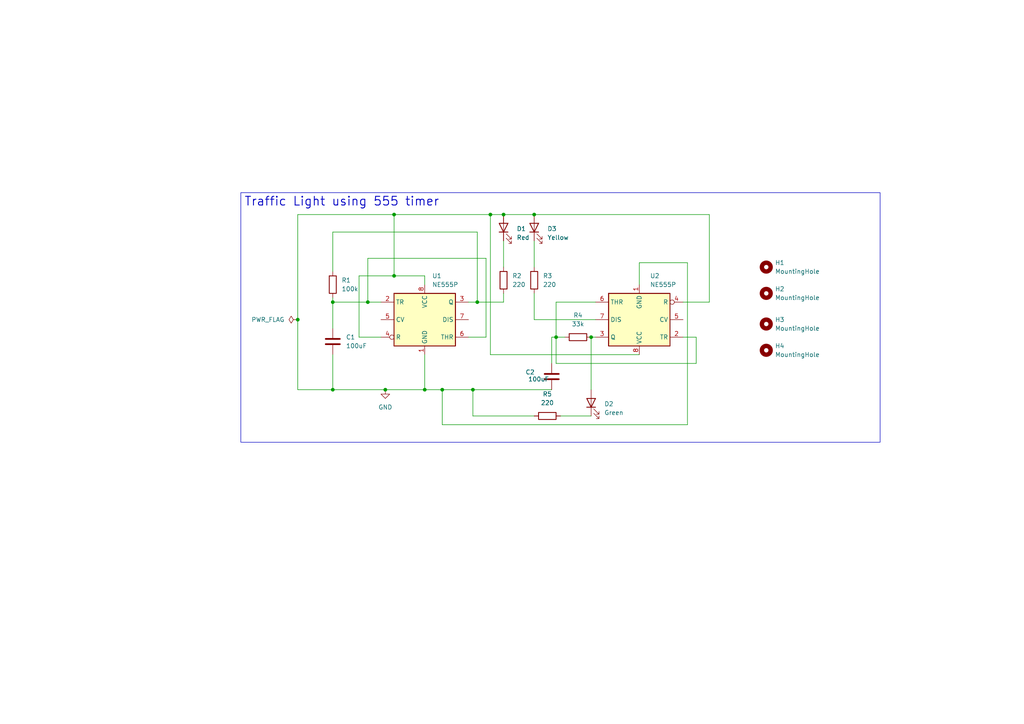
<source format=kicad_sch>
(kicad_sch
	(version 20250114)
	(generator "eeschema")
	(generator_version "9.0")
	(uuid "fa5a1cb1-1eb3-4c5f-a7ab-5a04095d309f")
	(paper "A4")
	(title_block
		(title "Traffic Light")
		(date "2025-08-29")
		(company "Practice PCBs")
	)
	(lib_symbols
		(symbol "Device:C"
			(pin_numbers
				(hide yes)
			)
			(pin_names
				(offset 0.254)
			)
			(exclude_from_sim no)
			(in_bom yes)
			(on_board yes)
			(property "Reference" "C"
				(at 0.635 2.54 0)
				(effects
					(font
						(size 1.27 1.27)
					)
					(justify left)
				)
			)
			(property "Value" "C"
				(at 0.635 -2.54 0)
				(effects
					(font
						(size 1.27 1.27)
					)
					(justify left)
				)
			)
			(property "Footprint" ""
				(at 0.9652 -3.81 0)
				(effects
					(font
						(size 1.27 1.27)
					)
					(hide yes)
				)
			)
			(property "Datasheet" "~"
				(at 0 0 0)
				(effects
					(font
						(size 1.27 1.27)
					)
					(hide yes)
				)
			)
			(property "Description" "Unpolarized capacitor"
				(at 0 0 0)
				(effects
					(font
						(size 1.27 1.27)
					)
					(hide yes)
				)
			)
			(property "ki_keywords" "cap capacitor"
				(at 0 0 0)
				(effects
					(font
						(size 1.27 1.27)
					)
					(hide yes)
				)
			)
			(property "ki_fp_filters" "C_*"
				(at 0 0 0)
				(effects
					(font
						(size 1.27 1.27)
					)
					(hide yes)
				)
			)
			(symbol "C_0_1"
				(polyline
					(pts
						(xy -2.032 0.762) (xy 2.032 0.762)
					)
					(stroke
						(width 0.508)
						(type default)
					)
					(fill
						(type none)
					)
				)
				(polyline
					(pts
						(xy -2.032 -0.762) (xy 2.032 -0.762)
					)
					(stroke
						(width 0.508)
						(type default)
					)
					(fill
						(type none)
					)
				)
			)
			(symbol "C_1_1"
				(pin passive line
					(at 0 3.81 270)
					(length 2.794)
					(name "~"
						(effects
							(font
								(size 1.27 1.27)
							)
						)
					)
					(number "1"
						(effects
							(font
								(size 1.27 1.27)
							)
						)
					)
				)
				(pin passive line
					(at 0 -3.81 90)
					(length 2.794)
					(name "~"
						(effects
							(font
								(size 1.27 1.27)
							)
						)
					)
					(number "2"
						(effects
							(font
								(size 1.27 1.27)
							)
						)
					)
				)
			)
			(embedded_fonts no)
		)
		(symbol "Device:LED"
			(pin_numbers
				(hide yes)
			)
			(pin_names
				(offset 1.016)
				(hide yes)
			)
			(exclude_from_sim no)
			(in_bom yes)
			(on_board yes)
			(property "Reference" "D"
				(at 0 2.54 0)
				(effects
					(font
						(size 1.27 1.27)
					)
				)
			)
			(property "Value" "LED"
				(at 0 -2.54 0)
				(effects
					(font
						(size 1.27 1.27)
					)
				)
			)
			(property "Footprint" ""
				(at 0 0 0)
				(effects
					(font
						(size 1.27 1.27)
					)
					(hide yes)
				)
			)
			(property "Datasheet" "~"
				(at 0 0 0)
				(effects
					(font
						(size 1.27 1.27)
					)
					(hide yes)
				)
			)
			(property "Description" "Light emitting diode"
				(at 0 0 0)
				(effects
					(font
						(size 1.27 1.27)
					)
					(hide yes)
				)
			)
			(property "Sim.Pins" "1=K 2=A"
				(at 0 0 0)
				(effects
					(font
						(size 1.27 1.27)
					)
					(hide yes)
				)
			)
			(property "ki_keywords" "LED diode"
				(at 0 0 0)
				(effects
					(font
						(size 1.27 1.27)
					)
					(hide yes)
				)
			)
			(property "ki_fp_filters" "LED* LED_SMD:* LED_THT:*"
				(at 0 0 0)
				(effects
					(font
						(size 1.27 1.27)
					)
					(hide yes)
				)
			)
			(symbol "LED_0_1"
				(polyline
					(pts
						(xy -3.048 -0.762) (xy -4.572 -2.286) (xy -3.81 -2.286) (xy -4.572 -2.286) (xy -4.572 -1.524)
					)
					(stroke
						(width 0)
						(type default)
					)
					(fill
						(type none)
					)
				)
				(polyline
					(pts
						(xy -1.778 -0.762) (xy -3.302 -2.286) (xy -2.54 -2.286) (xy -3.302 -2.286) (xy -3.302 -1.524)
					)
					(stroke
						(width 0)
						(type default)
					)
					(fill
						(type none)
					)
				)
				(polyline
					(pts
						(xy -1.27 0) (xy 1.27 0)
					)
					(stroke
						(width 0)
						(type default)
					)
					(fill
						(type none)
					)
				)
				(polyline
					(pts
						(xy -1.27 -1.27) (xy -1.27 1.27)
					)
					(stroke
						(width 0.254)
						(type default)
					)
					(fill
						(type none)
					)
				)
				(polyline
					(pts
						(xy 1.27 -1.27) (xy 1.27 1.27) (xy -1.27 0) (xy 1.27 -1.27)
					)
					(stroke
						(width 0.254)
						(type default)
					)
					(fill
						(type none)
					)
				)
			)
			(symbol "LED_1_1"
				(pin passive line
					(at -3.81 0 0)
					(length 2.54)
					(name "K"
						(effects
							(font
								(size 1.27 1.27)
							)
						)
					)
					(number "1"
						(effects
							(font
								(size 1.27 1.27)
							)
						)
					)
				)
				(pin passive line
					(at 3.81 0 180)
					(length 2.54)
					(name "A"
						(effects
							(font
								(size 1.27 1.27)
							)
						)
					)
					(number "2"
						(effects
							(font
								(size 1.27 1.27)
							)
						)
					)
				)
			)
			(embedded_fonts no)
		)
		(symbol "Device:R"
			(pin_numbers
				(hide yes)
			)
			(pin_names
				(offset 0)
			)
			(exclude_from_sim no)
			(in_bom yes)
			(on_board yes)
			(property "Reference" "R"
				(at 2.032 0 90)
				(effects
					(font
						(size 1.27 1.27)
					)
				)
			)
			(property "Value" "R"
				(at 0 0 90)
				(effects
					(font
						(size 1.27 1.27)
					)
				)
			)
			(property "Footprint" ""
				(at -1.778 0 90)
				(effects
					(font
						(size 1.27 1.27)
					)
					(hide yes)
				)
			)
			(property "Datasheet" "~"
				(at 0 0 0)
				(effects
					(font
						(size 1.27 1.27)
					)
					(hide yes)
				)
			)
			(property "Description" "Resistor"
				(at 0 0 0)
				(effects
					(font
						(size 1.27 1.27)
					)
					(hide yes)
				)
			)
			(property "ki_keywords" "R res resistor"
				(at 0 0 0)
				(effects
					(font
						(size 1.27 1.27)
					)
					(hide yes)
				)
			)
			(property "ki_fp_filters" "R_*"
				(at 0 0 0)
				(effects
					(font
						(size 1.27 1.27)
					)
					(hide yes)
				)
			)
			(symbol "R_0_1"
				(rectangle
					(start -1.016 -2.54)
					(end 1.016 2.54)
					(stroke
						(width 0.254)
						(type default)
					)
					(fill
						(type none)
					)
				)
			)
			(symbol "R_1_1"
				(pin passive line
					(at 0 3.81 270)
					(length 1.27)
					(name "~"
						(effects
							(font
								(size 1.27 1.27)
							)
						)
					)
					(number "1"
						(effects
							(font
								(size 1.27 1.27)
							)
						)
					)
				)
				(pin passive line
					(at 0 -3.81 90)
					(length 1.27)
					(name "~"
						(effects
							(font
								(size 1.27 1.27)
							)
						)
					)
					(number "2"
						(effects
							(font
								(size 1.27 1.27)
							)
						)
					)
				)
			)
			(embedded_fonts no)
		)
		(symbol "Mechanical:MountingHole"
			(pin_names
				(offset 1.016)
			)
			(exclude_from_sim no)
			(in_bom no)
			(on_board yes)
			(property "Reference" "H"
				(at 0 5.08 0)
				(effects
					(font
						(size 1.27 1.27)
					)
				)
			)
			(property "Value" "MountingHole"
				(at 0 3.175 0)
				(effects
					(font
						(size 1.27 1.27)
					)
				)
			)
			(property "Footprint" ""
				(at 0 0 0)
				(effects
					(font
						(size 1.27 1.27)
					)
					(hide yes)
				)
			)
			(property "Datasheet" "~"
				(at 0 0 0)
				(effects
					(font
						(size 1.27 1.27)
					)
					(hide yes)
				)
			)
			(property "Description" "Mounting Hole without connection"
				(at 0 0 0)
				(effects
					(font
						(size 1.27 1.27)
					)
					(hide yes)
				)
			)
			(property "ki_keywords" "mounting hole"
				(at 0 0 0)
				(effects
					(font
						(size 1.27 1.27)
					)
					(hide yes)
				)
			)
			(property "ki_fp_filters" "MountingHole*"
				(at 0 0 0)
				(effects
					(font
						(size 1.27 1.27)
					)
					(hide yes)
				)
			)
			(symbol "MountingHole_0_1"
				(circle
					(center 0 0)
					(radius 1.27)
					(stroke
						(width 1.27)
						(type default)
					)
					(fill
						(type none)
					)
				)
			)
			(embedded_fonts no)
		)
		(symbol "Timer:NE555P"
			(exclude_from_sim no)
			(in_bom yes)
			(on_board yes)
			(property "Reference" "U"
				(at -10.16 8.89 0)
				(effects
					(font
						(size 1.27 1.27)
					)
					(justify left)
				)
			)
			(property "Value" "NE555P"
				(at 2.54 8.89 0)
				(effects
					(font
						(size 1.27 1.27)
					)
					(justify left)
				)
			)
			(property "Footprint" "Package_DIP:DIP-8_W7.62mm"
				(at 16.51 -10.16 0)
				(effects
					(font
						(size 1.27 1.27)
					)
					(hide yes)
				)
			)
			(property "Datasheet" "http://www.ti.com/lit/ds/symlink/ne555.pdf"
				(at 21.59 -10.16 0)
				(effects
					(font
						(size 1.27 1.27)
					)
					(hide yes)
				)
			)
			(property "Description" "Precision Timers, 555 compatible,  PDIP-8"
				(at 0 0 0)
				(effects
					(font
						(size 1.27 1.27)
					)
					(hide yes)
				)
			)
			(property "ki_keywords" "single timer 555"
				(at 0 0 0)
				(effects
					(font
						(size 1.27 1.27)
					)
					(hide yes)
				)
			)
			(property "ki_fp_filters" "DIP*W7.62mm*"
				(at 0 0 0)
				(effects
					(font
						(size 1.27 1.27)
					)
					(hide yes)
				)
			)
			(symbol "NE555P_0_0"
				(pin power_in line
					(at 0 10.16 270)
					(length 2.54)
					(name "VCC"
						(effects
							(font
								(size 1.27 1.27)
							)
						)
					)
					(number "8"
						(effects
							(font
								(size 1.27 1.27)
							)
						)
					)
				)
				(pin power_in line
					(at 0 -10.16 90)
					(length 2.54)
					(name "GND"
						(effects
							(font
								(size 1.27 1.27)
							)
						)
					)
					(number "1"
						(effects
							(font
								(size 1.27 1.27)
							)
						)
					)
				)
			)
			(symbol "NE555P_0_1"
				(rectangle
					(start -8.89 -7.62)
					(end 8.89 7.62)
					(stroke
						(width 0.254)
						(type default)
					)
					(fill
						(type background)
					)
				)
				(rectangle
					(start -8.89 -7.62)
					(end 8.89 7.62)
					(stroke
						(width 0.254)
						(type default)
					)
					(fill
						(type background)
					)
				)
			)
			(symbol "NE555P_1_1"
				(pin input line
					(at -12.7 5.08 0)
					(length 3.81)
					(name "TR"
						(effects
							(font
								(size 1.27 1.27)
							)
						)
					)
					(number "2"
						(effects
							(font
								(size 1.27 1.27)
							)
						)
					)
				)
				(pin input line
					(at -12.7 0 0)
					(length 3.81)
					(name "CV"
						(effects
							(font
								(size 1.27 1.27)
							)
						)
					)
					(number "5"
						(effects
							(font
								(size 1.27 1.27)
							)
						)
					)
				)
				(pin input inverted
					(at -12.7 -5.08 0)
					(length 3.81)
					(name "R"
						(effects
							(font
								(size 1.27 1.27)
							)
						)
					)
					(number "4"
						(effects
							(font
								(size 1.27 1.27)
							)
						)
					)
				)
				(pin output line
					(at 12.7 5.08 180)
					(length 3.81)
					(name "Q"
						(effects
							(font
								(size 1.27 1.27)
							)
						)
					)
					(number "3"
						(effects
							(font
								(size 1.27 1.27)
							)
						)
					)
				)
				(pin input line
					(at 12.7 0 180)
					(length 3.81)
					(name "DIS"
						(effects
							(font
								(size 1.27 1.27)
							)
						)
					)
					(number "7"
						(effects
							(font
								(size 1.27 1.27)
							)
						)
					)
				)
				(pin input line
					(at 12.7 -5.08 180)
					(length 3.81)
					(name "THR"
						(effects
							(font
								(size 1.27 1.27)
							)
						)
					)
					(number "6"
						(effects
							(font
								(size 1.27 1.27)
							)
						)
					)
				)
			)
			(embedded_fonts no)
		)
		(symbol "power:GND"
			(power)
			(pin_numbers
				(hide yes)
			)
			(pin_names
				(offset 0)
				(hide yes)
			)
			(exclude_from_sim no)
			(in_bom yes)
			(on_board yes)
			(property "Reference" "#PWR"
				(at 0 -6.35 0)
				(effects
					(font
						(size 1.27 1.27)
					)
					(hide yes)
				)
			)
			(property "Value" "GND"
				(at 0 -3.81 0)
				(effects
					(font
						(size 1.27 1.27)
					)
				)
			)
			(property "Footprint" ""
				(at 0 0 0)
				(effects
					(font
						(size 1.27 1.27)
					)
					(hide yes)
				)
			)
			(property "Datasheet" ""
				(at 0 0 0)
				(effects
					(font
						(size 1.27 1.27)
					)
					(hide yes)
				)
			)
			(property "Description" "Power symbol creates a global label with name \"GND\" , ground"
				(at 0 0 0)
				(effects
					(font
						(size 1.27 1.27)
					)
					(hide yes)
				)
			)
			(property "ki_keywords" "global power"
				(at 0 0 0)
				(effects
					(font
						(size 1.27 1.27)
					)
					(hide yes)
				)
			)
			(symbol "GND_0_1"
				(polyline
					(pts
						(xy 0 0) (xy 0 -1.27) (xy 1.27 -1.27) (xy 0 -2.54) (xy -1.27 -1.27) (xy 0 -1.27)
					)
					(stroke
						(width 0)
						(type default)
					)
					(fill
						(type none)
					)
				)
			)
			(symbol "GND_1_1"
				(pin power_in line
					(at 0 0 270)
					(length 0)
					(name "~"
						(effects
							(font
								(size 1.27 1.27)
							)
						)
					)
					(number "1"
						(effects
							(font
								(size 1.27 1.27)
							)
						)
					)
				)
			)
			(embedded_fonts no)
		)
		(symbol "power:PWR_FLAG"
			(power)
			(pin_numbers
				(hide yes)
			)
			(pin_names
				(offset 0)
				(hide yes)
			)
			(exclude_from_sim no)
			(in_bom yes)
			(on_board yes)
			(property "Reference" "#FLG"
				(at 0 1.905 0)
				(effects
					(font
						(size 1.27 1.27)
					)
					(hide yes)
				)
			)
			(property "Value" "PWR_FLAG"
				(at 0 3.81 0)
				(effects
					(font
						(size 1.27 1.27)
					)
				)
			)
			(property "Footprint" ""
				(at 0 0 0)
				(effects
					(font
						(size 1.27 1.27)
					)
					(hide yes)
				)
			)
			(property "Datasheet" "~"
				(at 0 0 0)
				(effects
					(font
						(size 1.27 1.27)
					)
					(hide yes)
				)
			)
			(property "Description" "Special symbol for telling ERC where power comes from"
				(at 0 0 0)
				(effects
					(font
						(size 1.27 1.27)
					)
					(hide yes)
				)
			)
			(property "ki_keywords" "flag power"
				(at 0 0 0)
				(effects
					(font
						(size 1.27 1.27)
					)
					(hide yes)
				)
			)
			(symbol "PWR_FLAG_0_0"
				(pin power_out line
					(at 0 0 90)
					(length 0)
					(name "~"
						(effects
							(font
								(size 1.27 1.27)
							)
						)
					)
					(number "1"
						(effects
							(font
								(size 1.27 1.27)
							)
						)
					)
				)
			)
			(symbol "PWR_FLAG_0_1"
				(polyline
					(pts
						(xy 0 0) (xy 0 1.27) (xy -1.016 1.905) (xy 0 2.54) (xy 1.016 1.905) (xy 0 1.27)
					)
					(stroke
						(width 0)
						(type default)
					)
					(fill
						(type none)
					)
				)
			)
			(embedded_fonts no)
		)
	)
	(text_box "Traffic Light using 555 timer\n"
		(exclude_from_sim no)
		(at 69.85 55.88 0)
		(size 185.42 72.39)
		(margins 0.9525 0.9525 0.9525 0.9525)
		(stroke
			(width 0)
			(type solid)
		)
		(fill
			(type none)
		)
		(effects
			(font
				(size 2.54 2.54)
				(thickness 0.254)
				(bold yes)
			)
			(justify left top)
		)
		(uuid "87ec9240-d7bc-4a64-b1cd-8e9d4526970f")
	)
	(junction
		(at 138.43 87.63)
		(diameter 0)
		(color 0 0 0 0)
		(uuid "0540de73-4f13-4d0b-af22-a261cf37d3d1")
	)
	(junction
		(at 114.3 62.23)
		(diameter 0)
		(color 0 0 0 0)
		(uuid "05673bda-dc94-4d78-b48b-cb86fdb1c52f")
	)
	(junction
		(at 142.24 62.23)
		(diameter 0)
		(color 0 0 0 0)
		(uuid "0f2a2fd1-47ef-411e-bed2-52b153dd9af9")
	)
	(junction
		(at 171.45 97.79)
		(diameter 0)
		(color 0 0 0 0)
		(uuid "459a82cc-ba92-4381-b8d9-f9c4be4c8b4b")
	)
	(junction
		(at 123.19 113.03)
		(diameter 0)
		(color 0 0 0 0)
		(uuid "4b08675f-f185-478b-963e-5fad2d19a06b")
	)
	(junction
		(at 146.05 62.23)
		(diameter 0)
		(color 0 0 0 0)
		(uuid "695ea2ac-b689-4f2c-9b0d-e0d075367924")
	)
	(junction
		(at 161.29 97.79)
		(diameter 0)
		(color 0 0 0 0)
		(uuid "8b50b3f3-085f-42bd-97eb-7b18b95b2b01")
	)
	(junction
		(at 86.36 92.71)
		(diameter 0)
		(color 0 0 0 0)
		(uuid "9ca66c3d-121f-44c8-91cc-0dd1cdb00587")
	)
	(junction
		(at 128.27 113.03)
		(diameter 0)
		(color 0 0 0 0)
		(uuid "a3b936aa-3a50-4341-8a6f-6b3868fb3fb3")
	)
	(junction
		(at 106.68 87.63)
		(diameter 0)
		(color 0 0 0 0)
		(uuid "afe2d2c2-4c0b-4637-9b97-00d7472c7d9c")
	)
	(junction
		(at 154.94 62.23)
		(diameter 0)
		(color 0 0 0 0)
		(uuid "b4cc9dbf-ce1e-4803-9feb-8c5c547435d1")
	)
	(junction
		(at 111.76 113.03)
		(diameter 0)
		(color 0 0 0 0)
		(uuid "c26aefb6-3959-4ac4-90a1-a1b9cc441621")
	)
	(junction
		(at 137.16 113.03)
		(diameter 0)
		(color 0 0 0 0)
		(uuid "cbf15ff5-6d0e-49f4-baa9-b3e423e68520")
	)
	(junction
		(at 96.52 113.03)
		(diameter 0)
		(color 0 0 0 0)
		(uuid "dc8dec0f-437a-4bb0-a676-9e3daf701459")
	)
	(junction
		(at 114.3 80.01)
		(diameter 0)
		(color 0 0 0 0)
		(uuid "e1940149-e0a4-4774-8521-2831df8f9ff4")
	)
	(junction
		(at 96.52 87.63)
		(diameter 0)
		(color 0 0 0 0)
		(uuid "f9e404e4-dd96-4c51-90e2-71ab4bc18754")
	)
	(wire
		(pts
			(xy 104.14 97.79) (xy 110.49 97.79)
		)
		(stroke
			(width 0)
			(type default)
		)
		(uuid "033d635f-1266-4144-86fc-b0ab82c826cc")
	)
	(wire
		(pts
			(xy 138.43 67.31) (xy 138.43 87.63)
		)
		(stroke
			(width 0)
			(type default)
		)
		(uuid "05664553-0e3e-4485-8a5b-b2a43feed85b")
	)
	(wire
		(pts
			(xy 96.52 102.87) (xy 96.52 113.03)
		)
		(stroke
			(width 0)
			(type default)
		)
		(uuid "062b66f2-6100-4bbb-9ee9-6bef09b00783")
	)
	(wire
		(pts
			(xy 140.97 74.93) (xy 106.68 74.93)
		)
		(stroke
			(width 0)
			(type default)
		)
		(uuid "10826828-1b68-45cd-9d9c-07de8751606c")
	)
	(wire
		(pts
			(xy 154.94 92.71) (xy 172.72 92.71)
		)
		(stroke
			(width 0)
			(type default)
		)
		(uuid "198b9eac-7ebe-4e3a-a0c8-8b4797e9d491")
	)
	(wire
		(pts
			(xy 201.93 97.79) (xy 198.12 97.79)
		)
		(stroke
			(width 0)
			(type default)
		)
		(uuid "1fcb77c0-cf05-4d83-ab28-bd46c80922f7")
	)
	(wire
		(pts
			(xy 161.29 97.79) (xy 161.29 105.41)
		)
		(stroke
			(width 0)
			(type default)
		)
		(uuid "25e11a32-3045-4f33-b7ad-30aa04b7bdfe")
	)
	(wire
		(pts
			(xy 114.3 80.01) (xy 104.14 80.01)
		)
		(stroke
			(width 0)
			(type default)
		)
		(uuid "2672cc41-75a2-4cba-88d3-2bda9c14dc29")
	)
	(wire
		(pts
			(xy 161.29 97.79) (xy 163.83 97.79)
		)
		(stroke
			(width 0)
			(type default)
		)
		(uuid "287deeb6-746b-48f5-ba24-dc075a13e38d")
	)
	(wire
		(pts
			(xy 171.45 97.79) (xy 172.72 97.79)
		)
		(stroke
			(width 0)
			(type default)
		)
		(uuid "33ad7a37-5255-4326-96d6-c52a5231bb77")
	)
	(wire
		(pts
			(xy 154.94 85.09) (xy 154.94 92.71)
		)
		(stroke
			(width 0)
			(type default)
		)
		(uuid "3be06c4e-cda1-4c06-b4b4-5c40c3667d6c")
	)
	(wire
		(pts
			(xy 86.36 62.23) (xy 114.3 62.23)
		)
		(stroke
			(width 0)
			(type default)
		)
		(uuid "3f08bd7b-2794-433a-adb1-7097bd3ff91b")
	)
	(wire
		(pts
			(xy 128.27 113.03) (xy 123.19 113.03)
		)
		(stroke
			(width 0)
			(type default)
		)
		(uuid "3f759803-7126-4dd4-8279-d7cc330bf299")
	)
	(wire
		(pts
			(xy 205.74 87.63) (xy 198.12 87.63)
		)
		(stroke
			(width 0)
			(type default)
		)
		(uuid "46f27645-ef28-4e31-a08f-11aec9608669")
	)
	(wire
		(pts
			(xy 171.45 113.03) (xy 171.45 97.79)
		)
		(stroke
			(width 0)
			(type default)
		)
		(uuid "49cf6e1a-80b2-4b53-8360-f549005df3a2")
	)
	(wire
		(pts
			(xy 185.42 102.87) (xy 142.24 102.87)
		)
		(stroke
			(width 0)
			(type default)
		)
		(uuid "4a2e10c3-875f-4c9e-8cc2-293094ec6243")
	)
	(wire
		(pts
			(xy 96.52 87.63) (xy 96.52 86.36)
		)
		(stroke
			(width 0)
			(type default)
		)
		(uuid "4c9b3ffb-7bd4-4186-bff0-38da08b84615")
	)
	(wire
		(pts
			(xy 154.94 62.23) (xy 205.74 62.23)
		)
		(stroke
			(width 0)
			(type default)
		)
		(uuid "4d4e9fb5-e0c6-4356-ac9d-e411c6b8d18b")
	)
	(wire
		(pts
			(xy 146.05 62.23) (xy 154.94 62.23)
		)
		(stroke
			(width 0)
			(type default)
		)
		(uuid "4e15d04b-909d-4864-a9d8-4e444b9d5663")
	)
	(wire
		(pts
			(xy 199.39 76.2) (xy 199.39 123.19)
		)
		(stroke
			(width 0)
			(type default)
		)
		(uuid "52d08f4a-5c3c-4230-be0b-fae90ce10fcd")
	)
	(wire
		(pts
			(xy 96.52 67.31) (xy 138.43 67.31)
		)
		(stroke
			(width 0)
			(type default)
		)
		(uuid "584410ed-8465-4068-98c7-4359a0fe6a9a")
	)
	(wire
		(pts
			(xy 106.68 74.93) (xy 106.68 87.63)
		)
		(stroke
			(width 0)
			(type default)
		)
		(uuid "594b9902-9d0d-4cf2-9906-467e1101a756")
	)
	(wire
		(pts
			(xy 123.19 82.55) (xy 123.19 80.01)
		)
		(stroke
			(width 0)
			(type default)
		)
		(uuid "60074201-3b76-4dbe-897b-1a88a456af8c")
	)
	(wire
		(pts
			(xy 86.36 62.23) (xy 86.36 92.71)
		)
		(stroke
			(width 0)
			(type default)
		)
		(uuid "64fd5270-12be-46e3-9a19-e013e2fe31b4")
	)
	(wire
		(pts
			(xy 128.27 123.19) (xy 199.39 123.19)
		)
		(stroke
			(width 0)
			(type default)
		)
		(uuid "67dcea99-ac68-4212-ae30-f08df64eade4")
	)
	(wire
		(pts
			(xy 172.72 87.63) (xy 161.29 87.63)
		)
		(stroke
			(width 0)
			(type default)
		)
		(uuid "6853615f-7648-4557-96e0-aa0bf5e7eb37")
	)
	(wire
		(pts
			(xy 137.16 113.03) (xy 128.27 113.03)
		)
		(stroke
			(width 0)
			(type default)
		)
		(uuid "6ad88e36-4d7f-4544-91fe-3f42b63a9689")
	)
	(wire
		(pts
			(xy 142.24 62.23) (xy 146.05 62.23)
		)
		(stroke
			(width 0)
			(type default)
		)
		(uuid "6ae22512-c555-47a1-b824-1e037716c54f")
	)
	(wire
		(pts
			(xy 142.24 62.23) (xy 142.24 102.87)
		)
		(stroke
			(width 0)
			(type default)
		)
		(uuid "7230edbb-bfe8-404e-befd-764fc7d9d620")
	)
	(wire
		(pts
			(xy 96.52 78.74) (xy 96.52 67.31)
		)
		(stroke
			(width 0)
			(type default)
		)
		(uuid "7347d6d3-1d60-4172-897f-200e55686849")
	)
	(wire
		(pts
			(xy 114.3 62.23) (xy 142.24 62.23)
		)
		(stroke
			(width 0)
			(type default)
		)
		(uuid "77798135-8ddb-456b-aaa6-05e3d9aa6d84")
	)
	(wire
		(pts
			(xy 123.19 80.01) (xy 114.3 80.01)
		)
		(stroke
			(width 0)
			(type default)
		)
		(uuid "779baab4-0fc6-4fb9-b5d8-cd810d09667c")
	)
	(wire
		(pts
			(xy 135.89 97.79) (xy 140.97 97.79)
		)
		(stroke
			(width 0)
			(type default)
		)
		(uuid "81492ecb-cf20-4f25-aa7e-56425cef8c5b")
	)
	(wire
		(pts
			(xy 111.76 113.03) (xy 123.19 113.03)
		)
		(stroke
			(width 0)
			(type default)
		)
		(uuid "859d7ae0-03dc-4140-99e1-4a311c53cc95")
	)
	(wire
		(pts
			(xy 137.16 120.65) (xy 137.16 113.03)
		)
		(stroke
			(width 0)
			(type default)
		)
		(uuid "8713481a-aef6-4539-85a5-9e91ef0e76e2")
	)
	(wire
		(pts
			(xy 86.36 92.71) (xy 86.36 113.03)
		)
		(stroke
			(width 0)
			(type default)
		)
		(uuid "894e31e7-afff-4e38-a0a2-db616e84ffb6")
	)
	(wire
		(pts
			(xy 161.29 105.41) (xy 201.93 105.41)
		)
		(stroke
			(width 0)
			(type default)
		)
		(uuid "8b11bdfd-b415-47ac-8817-eab0e2a597d7")
	)
	(wire
		(pts
			(xy 146.05 69.85) (xy 146.05 77.47)
		)
		(stroke
			(width 0)
			(type default)
		)
		(uuid "8b8300df-cff0-4e3a-b33a-d4fd69a12e00")
	)
	(wire
		(pts
			(xy 154.94 69.85) (xy 154.94 77.47)
		)
		(stroke
			(width 0)
			(type default)
		)
		(uuid "8f6a8c20-f182-4e0b-b40e-2e7ff64f8339")
	)
	(wire
		(pts
			(xy 205.74 62.23) (xy 205.74 87.63)
		)
		(stroke
			(width 0)
			(type default)
		)
		(uuid "8fde4129-1510-4616-8f88-1465e6494059")
	)
	(wire
		(pts
			(xy 185.42 82.55) (xy 185.42 76.2)
		)
		(stroke
			(width 0)
			(type default)
		)
		(uuid "908c688c-9d9a-4a48-b31b-ad8ddb605554")
	)
	(wire
		(pts
			(xy 201.93 105.41) (xy 201.93 97.79)
		)
		(stroke
			(width 0)
			(type default)
		)
		(uuid "adea8194-7a5d-4ab7-9b1e-531ca9d05b86")
	)
	(wire
		(pts
			(xy 123.19 102.87) (xy 123.19 113.03)
		)
		(stroke
			(width 0)
			(type default)
		)
		(uuid "b21202fa-bb47-4911-8cb2-c6dc0e07a66d")
	)
	(wire
		(pts
			(xy 96.52 113.03) (xy 111.76 113.03)
		)
		(stroke
			(width 0)
			(type default)
		)
		(uuid "b711b6ae-3299-41d1-a9b5-a421ecf0a6af")
	)
	(wire
		(pts
			(xy 138.43 87.63) (xy 146.05 87.63)
		)
		(stroke
			(width 0)
			(type default)
		)
		(uuid "b82949e6-ee18-49c1-8a36-57845981c68a")
	)
	(wire
		(pts
			(xy 96.52 87.63) (xy 96.52 95.25)
		)
		(stroke
			(width 0)
			(type default)
		)
		(uuid "c014d0f5-160d-4962-8ba4-af633573461e")
	)
	(wire
		(pts
			(xy 160.02 105.41) (xy 160.02 97.79)
		)
		(stroke
			(width 0)
			(type default)
		)
		(uuid "c0444cf2-4e1d-4513-b3f0-792a6a61ef68")
	)
	(wire
		(pts
			(xy 86.36 113.03) (xy 96.52 113.03)
		)
		(stroke
			(width 0)
			(type default)
		)
		(uuid "c1f55531-a370-4aff-84c3-c8aa9c291899")
	)
	(wire
		(pts
			(xy 106.68 87.63) (xy 96.52 87.63)
		)
		(stroke
			(width 0)
			(type default)
		)
		(uuid "c5932fe9-d13e-42c8-ba1f-df585b91b586")
	)
	(wire
		(pts
			(xy 140.97 97.79) (xy 140.97 74.93)
		)
		(stroke
			(width 0)
			(type default)
		)
		(uuid "ca295161-1de3-41b8-a147-e557315b06e0")
	)
	(wire
		(pts
			(xy 185.42 76.2) (xy 199.39 76.2)
		)
		(stroke
			(width 0)
			(type default)
		)
		(uuid "cab29ab6-3def-4a90-b11e-64a60ebdbb96")
	)
	(wire
		(pts
			(xy 146.05 85.09) (xy 146.05 87.63)
		)
		(stroke
			(width 0)
			(type default)
		)
		(uuid "cd0a223b-320c-4dcf-9101-da923e2e1761")
	)
	(wire
		(pts
			(xy 104.14 80.01) (xy 104.14 97.79)
		)
		(stroke
			(width 0)
			(type default)
		)
		(uuid "d62a7e07-9420-457f-bf7b-84dfc444ddc9")
	)
	(wire
		(pts
			(xy 137.16 120.65) (xy 154.94 120.65)
		)
		(stroke
			(width 0)
			(type default)
		)
		(uuid "de6fe31e-80d8-4ffe-a687-92cb32e79ee1")
	)
	(wire
		(pts
			(xy 138.43 87.63) (xy 135.89 87.63)
		)
		(stroke
			(width 0)
			(type default)
		)
		(uuid "df14e8f1-947f-4e92-b17e-abc9ff871206")
	)
	(wire
		(pts
			(xy 128.27 113.03) (xy 128.27 123.19)
		)
		(stroke
			(width 0)
			(type default)
		)
		(uuid "e371335b-6cfb-4cb8-beeb-4a3b2999e8ae")
	)
	(wire
		(pts
			(xy 160.02 113.03) (xy 137.16 113.03)
		)
		(stroke
			(width 0)
			(type default)
		)
		(uuid "f088c850-118e-475c-b013-c18a5bb15637")
	)
	(wire
		(pts
			(xy 110.49 87.63) (xy 106.68 87.63)
		)
		(stroke
			(width 0)
			(type default)
		)
		(uuid "f0a569ff-db94-4fb2-b4b8-318161df2eea")
	)
	(wire
		(pts
			(xy 160.02 97.79) (xy 161.29 97.79)
		)
		(stroke
			(width 0)
			(type default)
		)
		(uuid "f0f8563d-f84e-495f-82c3-0fff2174a878")
	)
	(wire
		(pts
			(xy 114.3 80.01) (xy 114.3 62.23)
		)
		(stroke
			(width 0)
			(type default)
		)
		(uuid "f9ce2e4c-6f3f-4f8e-8154-1c02f8385f51")
	)
	(wire
		(pts
			(xy 161.29 87.63) (xy 161.29 97.79)
		)
		(stroke
			(width 0)
			(type default)
		)
		(uuid "fab0c9ab-a6a2-4599-9f18-22d2e34ca3d3")
	)
	(wire
		(pts
			(xy 162.56 120.65) (xy 171.45 120.65)
		)
		(stroke
			(width 0)
			(type default)
		)
		(uuid "fffe342d-a464-4bbb-9eba-4d1dedb92ccc")
	)
	(symbol
		(lib_id "power:PWR_FLAG")
		(at 86.36 92.71 90)
		(unit 1)
		(exclude_from_sim no)
		(in_bom yes)
		(on_board yes)
		(dnp no)
		(fields_autoplaced yes)
		(uuid "05709efb-d31b-41f3-9715-82d24602a1d0")
		(property "Reference" "#FLG01"
			(at 84.455 92.71 0)
			(effects
				(font
					(size 1.27 1.27)
				)
				(hide yes)
			)
		)
		(property "Value" "PWR_FLAG"
			(at 82.55 92.7099 90)
			(effects
				(font
					(size 1.27 1.27)
				)
				(justify left)
			)
		)
		(property "Footprint" ""
			(at 86.36 92.71 0)
			(effects
				(font
					(size 1.27 1.27)
				)
				(hide yes)
			)
		)
		(property "Datasheet" "~"
			(at 86.36 92.71 0)
			(effects
				(font
					(size 1.27 1.27)
				)
				(hide yes)
			)
		)
		(property "Description" "Special symbol for telling ERC where power comes from"
			(at 86.36 92.71 0)
			(effects
				(font
					(size 1.27 1.27)
				)
				(hide yes)
			)
		)
		(pin "1"
			(uuid "b6d2b8d9-d5ab-4a2e-8137-8cfc33adccaa")
		)
		(instances
			(project ""
				(path "/fa5a1cb1-1eb3-4c5f-a7ab-5a04095d309f"
					(reference "#FLG01")
					(unit 1)
				)
			)
		)
	)
	(symbol
		(lib_id "power:GND")
		(at 111.76 113.03 0)
		(unit 1)
		(exclude_from_sim no)
		(in_bom yes)
		(on_board yes)
		(dnp no)
		(fields_autoplaced yes)
		(uuid "06c41a27-8e2c-49a9-90f4-daa9bdf6da2b")
		(property "Reference" "#PWR01"
			(at 111.76 119.38 0)
			(effects
				(font
					(size 1.27 1.27)
				)
				(hide yes)
			)
		)
		(property "Value" "GND"
			(at 111.76 118.11 0)
			(effects
				(font
					(size 1.27 1.27)
				)
			)
		)
		(property "Footprint" ""
			(at 111.76 113.03 0)
			(effects
				(font
					(size 1.27 1.27)
				)
				(hide yes)
			)
		)
		(property "Datasheet" ""
			(at 111.76 113.03 0)
			(effects
				(font
					(size 1.27 1.27)
				)
				(hide yes)
			)
		)
		(property "Description" "Power symbol creates a global label with name \"GND\" , ground"
			(at 111.76 113.03 0)
			(effects
				(font
					(size 1.27 1.27)
				)
				(hide yes)
			)
		)
		(pin "1"
			(uuid "ff70951c-50cc-461d-8455-92992e6fff38")
		)
		(instances
			(project ""
				(path "/fa5a1cb1-1eb3-4c5f-a7ab-5a04095d309f"
					(reference "#PWR01")
					(unit 1)
				)
			)
		)
	)
	(symbol
		(lib_id "Device:LED")
		(at 146.05 66.04 90)
		(unit 1)
		(exclude_from_sim no)
		(in_bom yes)
		(on_board yes)
		(dnp no)
		(fields_autoplaced yes)
		(uuid "21eec7a6-75d3-429a-b724-856cf6d7eacc")
		(property "Reference" "D1"
			(at 149.86 66.3574 90)
			(effects
				(font
					(size 1.27 1.27)
				)
				(justify right)
			)
		)
		(property "Value" "Red"
			(at 149.86 68.8974 90)
			(effects
				(font
					(size 1.27 1.27)
				)
				(justify right)
			)
		)
		(property "Footprint" "LED_THT:LED_D3.0mm"
			(at 146.05 66.04 0)
			(effects
				(font
					(size 1.27 1.27)
				)
				(hide yes)
			)
		)
		(property "Datasheet" "~"
			(at 146.05 66.04 0)
			(effects
				(font
					(size 1.27 1.27)
				)
				(hide yes)
			)
		)
		(property "Description" "Light emitting diode"
			(at 146.05 66.04 0)
			(effects
				(font
					(size 1.27 1.27)
				)
				(hide yes)
			)
		)
		(property "Sim.Pins" "1=K 2=A"
			(at 146.05 66.04 0)
			(effects
				(font
					(size 1.27 1.27)
				)
				(hide yes)
			)
		)
		(pin "2"
			(uuid "82b1d6bf-b2b1-4bcd-928d-2e78f91ebb80")
		)
		(pin "1"
			(uuid "b515b5e6-2789-4700-9159-39f0c8ada180")
		)
		(instances
			(project ""
				(path "/fa5a1cb1-1eb3-4c5f-a7ab-5a04095d309f"
					(reference "D1")
					(unit 1)
				)
			)
		)
	)
	(symbol
		(lib_id "Device:R")
		(at 146.05 81.28 0)
		(unit 1)
		(exclude_from_sim no)
		(in_bom yes)
		(on_board yes)
		(dnp no)
		(fields_autoplaced yes)
		(uuid "2b28b0f7-bd0a-49fb-be62-f482a0094ae0")
		(property "Reference" "R2"
			(at 148.59 80.0099 0)
			(effects
				(font
					(size 1.27 1.27)
				)
				(justify left)
			)
		)
		(property "Value" "220"
			(at 148.59 82.5499 0)
			(effects
				(font
					(size 1.27 1.27)
				)
				(justify left)
			)
		)
		(property "Footprint" "Resistor_THT:R_Axial_DIN0207_L6.3mm_D2.5mm_P5.08mm_Vertical"
			(at 144.272 81.28 90)
			(effects
				(font
					(size 1.27 1.27)
				)
				(hide yes)
			)
		)
		(property "Datasheet" "~"
			(at 146.05 81.28 0)
			(effects
				(font
					(size 1.27 1.27)
				)
				(hide yes)
			)
		)
		(property "Description" "Resistor"
			(at 146.05 81.28 0)
			(effects
				(font
					(size 1.27 1.27)
				)
				(hide yes)
			)
		)
		(pin "1"
			(uuid "1472b656-e954-4489-a4fd-5f3d1757f124")
		)
		(pin "2"
			(uuid "065ae7c8-b26c-4cf8-936f-92090b8269e4")
		)
		(instances
			(project "traffic light"
				(path "/fa5a1cb1-1eb3-4c5f-a7ab-5a04095d309f"
					(reference "R2")
					(unit 1)
				)
			)
		)
	)
	(symbol
		(lib_id "Device:R")
		(at 167.64 97.79 90)
		(unit 1)
		(exclude_from_sim no)
		(in_bom yes)
		(on_board yes)
		(dnp no)
		(fields_autoplaced yes)
		(uuid "31e55e43-40f6-47d5-9a69-93f8bed7b3ce")
		(property "Reference" "R4"
			(at 167.64 91.44 90)
			(effects
				(font
					(size 1.27 1.27)
				)
			)
		)
		(property "Value" "33k"
			(at 167.64 93.98 90)
			(effects
				(font
					(size 1.27 1.27)
				)
			)
		)
		(property "Footprint" "Resistor_THT:R_Axial_DIN0207_L6.3mm_D2.5mm_P5.08mm_Vertical"
			(at 167.64 99.568 90)
			(effects
				(font
					(size 1.27 1.27)
				)
				(hide yes)
			)
		)
		(property "Datasheet" "~"
			(at 167.64 97.79 0)
			(effects
				(font
					(size 1.27 1.27)
				)
				(hide yes)
			)
		)
		(property "Description" "Resistor"
			(at 167.64 97.79 0)
			(effects
				(font
					(size 1.27 1.27)
				)
				(hide yes)
			)
		)
		(pin "1"
			(uuid "82d3035c-5530-48a3-9f3c-dd2287726892")
		)
		(pin "2"
			(uuid "40196f53-2cdf-4989-9fc9-f2e8d6267bf6")
		)
		(instances
			(project "traffic light"
				(path "/fa5a1cb1-1eb3-4c5f-a7ab-5a04095d309f"
					(reference "R4")
					(unit 1)
				)
			)
		)
	)
	(symbol
		(lib_id "Device:R")
		(at 96.52 82.55 0)
		(unit 1)
		(exclude_from_sim no)
		(in_bom yes)
		(on_board yes)
		(dnp no)
		(fields_autoplaced yes)
		(uuid "47611ea7-6a9e-4f69-9371-64b4fdeac319")
		(property "Reference" "R1"
			(at 99.06 81.2799 0)
			(effects
				(font
					(size 1.27 1.27)
				)
				(justify left)
			)
		)
		(property "Value" "100k"
			(at 99.06 83.8199 0)
			(effects
				(font
					(size 1.27 1.27)
				)
				(justify left)
			)
		)
		(property "Footprint" "Resistor_THT:R_Axial_DIN0207_L6.3mm_D2.5mm_P5.08mm_Vertical"
			(at 94.742 82.55 90)
			(effects
				(font
					(size 1.27 1.27)
				)
				(hide yes)
			)
		)
		(property "Datasheet" "~"
			(at 96.52 82.55 0)
			(effects
				(font
					(size 1.27 1.27)
				)
				(hide yes)
			)
		)
		(property "Description" "Resistor"
			(at 96.52 82.55 0)
			(effects
				(font
					(size 1.27 1.27)
				)
				(hide yes)
			)
		)
		(pin "1"
			(uuid "1c8d01d2-246d-4223-98cb-20da6d5447a0")
		)
		(pin "2"
			(uuid "ef1aec45-018b-48f9-b303-0271d968f89d")
		)
		(instances
			(project ""
				(path "/fa5a1cb1-1eb3-4c5f-a7ab-5a04095d309f"
					(reference "R1")
					(unit 1)
				)
			)
		)
	)
	(symbol
		(lib_id "Device:C")
		(at 160.02 109.22 0)
		(unit 1)
		(exclude_from_sim no)
		(in_bom yes)
		(on_board yes)
		(dnp no)
		(uuid "5c7d5a67-2b2a-4a2b-9122-2bac16f286d3")
		(property "Reference" "C2"
			(at 152.4 107.95 0)
			(effects
				(font
					(size 1.27 1.27)
				)
				(justify left)
			)
		)
		(property "Value" "100uF"
			(at 153.162 109.982 0)
			(effects
				(font
					(size 1.27 1.27)
				)
				(justify left)
			)
		)
		(property "Footprint" "Capacitor_THT:CP_Radial_D8.0mm_P3.50mm"
			(at 160.9852 113.03 0)
			(effects
				(font
					(size 1.27 1.27)
				)
				(hide yes)
			)
		)
		(property "Datasheet" "~"
			(at 160.02 109.22 0)
			(effects
				(font
					(size 1.27 1.27)
				)
				(hide yes)
			)
		)
		(property "Description" "Unpolarized capacitor"
			(at 160.02 109.22 0)
			(effects
				(font
					(size 1.27 1.27)
				)
				(hide yes)
			)
		)
		(pin "2"
			(uuid "f47b72c6-365d-4894-8215-271c1afe4bdd")
		)
		(pin "1"
			(uuid "fb977c8f-8b12-4ca1-9dd3-5ae0a8e20b0e")
		)
		(instances
			(project ""
				(path "/fa5a1cb1-1eb3-4c5f-a7ab-5a04095d309f"
					(reference "C2")
					(unit 1)
				)
			)
		)
	)
	(symbol
		(lib_id "Device:LED")
		(at 171.45 116.84 90)
		(unit 1)
		(exclude_from_sim no)
		(in_bom yes)
		(on_board yes)
		(dnp no)
		(fields_autoplaced yes)
		(uuid "67db2b14-7290-472a-a180-49d5a07548ee")
		(property "Reference" "D2"
			(at 175.26 117.1574 90)
			(effects
				(font
					(size 1.27 1.27)
				)
				(justify right)
			)
		)
		(property "Value" "Green"
			(at 175.26 119.6974 90)
			(effects
				(font
					(size 1.27 1.27)
				)
				(justify right)
			)
		)
		(property "Footprint" "LED_THT:LED_D3.0mm"
			(at 171.45 116.84 0)
			(effects
				(font
					(size 1.27 1.27)
				)
				(hide yes)
			)
		)
		(property "Datasheet" "~"
			(at 171.45 116.84 0)
			(effects
				(font
					(size 1.27 1.27)
				)
				(hide yes)
			)
		)
		(property "Description" "Light emitting diode"
			(at 171.45 116.84 0)
			(effects
				(font
					(size 1.27 1.27)
				)
				(hide yes)
			)
		)
		(property "Sim.Pins" "1=K 2=A"
			(at 171.45 116.84 0)
			(effects
				(font
					(size 1.27 1.27)
				)
				(hide yes)
			)
		)
		(pin "2"
			(uuid "adadc771-b203-412c-b82b-e83dd6f0ce70")
		)
		(pin "1"
			(uuid "bf02f6df-a4f8-4492-8e4b-687b4065dc6f")
		)
		(instances
			(project "traffic light"
				(path "/fa5a1cb1-1eb3-4c5f-a7ab-5a04095d309f"
					(reference "D2")
					(unit 1)
				)
			)
		)
	)
	(symbol
		(lib_id "Mechanical:MountingHole")
		(at 222.25 93.98 0)
		(unit 1)
		(exclude_from_sim no)
		(in_bom no)
		(on_board yes)
		(dnp no)
		(fields_autoplaced yes)
		(uuid "6fabac0d-766d-4b27-b44a-85acfd4fc82f")
		(property "Reference" "H3"
			(at 224.79 92.7099 0)
			(effects
				(font
					(size 1.27 1.27)
				)
				(justify left)
			)
		)
		(property "Value" "MountingHole"
			(at 224.79 95.2499 0)
			(effects
				(font
					(size 1.27 1.27)
				)
				(justify left)
			)
		)
		(property "Footprint" "MountingHole:MountingHole_2mm"
			(at 222.25 93.98 0)
			(effects
				(font
					(size 1.27 1.27)
				)
				(hide yes)
			)
		)
		(property "Datasheet" "~"
			(at 222.25 93.98 0)
			(effects
				(font
					(size 1.27 1.27)
				)
				(hide yes)
			)
		)
		(property "Description" "Mounting Hole without connection"
			(at 222.25 93.98 0)
			(effects
				(font
					(size 1.27 1.27)
				)
				(hide yes)
			)
		)
		(instances
			(project "traffic light"
				(path "/fa5a1cb1-1eb3-4c5f-a7ab-5a04095d309f"
					(reference "H3")
					(unit 1)
				)
			)
		)
	)
	(symbol
		(lib_id "Device:C")
		(at 96.52 99.06 0)
		(unit 1)
		(exclude_from_sim no)
		(in_bom yes)
		(on_board yes)
		(dnp no)
		(fields_autoplaced yes)
		(uuid "7573221a-48dd-4cb8-b2aa-b226a0c2d02a")
		(property "Reference" "C1"
			(at 100.33 97.7899 0)
			(effects
				(font
					(size 1.27 1.27)
				)
				(justify left)
			)
		)
		(property "Value" "100uF"
			(at 100.33 100.3299 0)
			(effects
				(font
					(size 1.27 1.27)
				)
				(justify left)
			)
		)
		(property "Footprint" "Capacitor_THT:CP_Radial_D8.0mm_P3.50mm"
			(at 97.4852 102.87 0)
			(effects
				(font
					(size 1.27 1.27)
				)
				(hide yes)
			)
		)
		(property "Datasheet" "~"
			(at 96.52 99.06 0)
			(effects
				(font
					(size 1.27 1.27)
				)
				(hide yes)
			)
		)
		(property "Description" "Unpolarized capacitor"
			(at 96.52 99.06 0)
			(effects
				(font
					(size 1.27 1.27)
				)
				(hide yes)
			)
		)
		(pin "1"
			(uuid "7b6618ed-1bd4-4c24-98fa-1385d622c5a8")
		)
		(pin "2"
			(uuid "1d8e7977-49ee-4531-9aea-c431659b119b")
		)
		(instances
			(project ""
				(path "/fa5a1cb1-1eb3-4c5f-a7ab-5a04095d309f"
					(reference "C1")
					(unit 1)
				)
			)
		)
	)
	(symbol
		(lib_id "Timer:NE555P")
		(at 123.19 92.71 0)
		(unit 1)
		(exclude_from_sim no)
		(in_bom yes)
		(on_board yes)
		(dnp no)
		(fields_autoplaced yes)
		(uuid "939dda23-7883-4480-a14a-5e10ad15ce24")
		(property "Reference" "U1"
			(at 125.3333 80.01 0)
			(effects
				(font
					(size 1.27 1.27)
				)
				(justify left)
			)
		)
		(property "Value" "NE555P"
			(at 125.3333 82.55 0)
			(effects
				(font
					(size 1.27 1.27)
				)
				(justify left)
			)
		)
		(property "Footprint" "Package_DIP:DIP-8_W7.62mm"
			(at 139.7 102.87 0)
			(effects
				(font
					(size 1.27 1.27)
				)
				(hide yes)
			)
		)
		(property "Datasheet" "http://www.ti.com/lit/ds/symlink/ne555.pdf"
			(at 144.78 102.87 0)
			(effects
				(font
					(size 1.27 1.27)
				)
				(hide yes)
			)
		)
		(property "Description" "Precision Timers, 555 compatible,  PDIP-8"
			(at 123.19 92.71 0)
			(effects
				(font
					(size 1.27 1.27)
				)
				(hide yes)
			)
		)
		(pin "4"
			(uuid "29f16ab8-9ff4-474f-93a5-e584756ec4f3")
		)
		(pin "1"
			(uuid "f570d76e-2f50-4ea7-a37b-9538445ae823")
		)
		(pin "8"
			(uuid "b969d221-986d-4b55-a137-e073f9f31901")
		)
		(pin "5"
			(uuid "d5672548-8210-4739-9605-a1ae93266fcc")
		)
		(pin "2"
			(uuid "020b4f1e-978c-499d-9f2f-e1f4571628ab")
		)
		(pin "6"
			(uuid "7f94f700-21e3-41a6-8c46-ccfa641bf37d")
		)
		(pin "3"
			(uuid "cd2b5121-74f0-4c27-88f5-7e1f6af4183f")
		)
		(pin "7"
			(uuid "d347418f-877d-4bf1-a96c-a77736ba9c85")
		)
		(instances
			(project ""
				(path "/fa5a1cb1-1eb3-4c5f-a7ab-5a04095d309f"
					(reference "U1")
					(unit 1)
				)
			)
		)
	)
	(symbol
		(lib_id "Device:R")
		(at 158.75 120.65 90)
		(unit 1)
		(exclude_from_sim no)
		(in_bom yes)
		(on_board yes)
		(dnp no)
		(fields_autoplaced yes)
		(uuid "a992681f-f3e2-4982-ac79-848621b59414")
		(property "Reference" "R5"
			(at 158.75 114.3 90)
			(effects
				(font
					(size 1.27 1.27)
				)
			)
		)
		(property "Value" "220"
			(at 158.75 116.84 90)
			(effects
				(font
					(size 1.27 1.27)
				)
			)
		)
		(property "Footprint" "Resistor_THT:R_Axial_DIN0207_L6.3mm_D2.5mm_P5.08mm_Vertical"
			(at 158.75 122.428 90)
			(effects
				(font
					(size 1.27 1.27)
				)
				(hide yes)
			)
		)
		(property "Datasheet" "~"
			(at 158.75 120.65 0)
			(effects
				(font
					(size 1.27 1.27)
				)
				(hide yes)
			)
		)
		(property "Description" "Resistor"
			(at 158.75 120.65 0)
			(effects
				(font
					(size 1.27 1.27)
				)
				(hide yes)
			)
		)
		(pin "1"
			(uuid "97f22447-31cd-47db-94d3-117e9b407210")
		)
		(pin "2"
			(uuid "0a3d7f23-89db-4e3a-86e4-4587361231df")
		)
		(instances
			(project "traffic light"
				(path "/fa5a1cb1-1eb3-4c5f-a7ab-5a04095d309f"
					(reference "R5")
					(unit 1)
				)
			)
		)
	)
	(symbol
		(lib_id "Device:R")
		(at 154.94 81.28 0)
		(unit 1)
		(exclude_from_sim no)
		(in_bom yes)
		(on_board yes)
		(dnp no)
		(fields_autoplaced yes)
		(uuid "ad20c03b-d9a5-4911-9f98-5d8df8b2a0cd")
		(property "Reference" "R3"
			(at 157.48 80.0099 0)
			(effects
				(font
					(size 1.27 1.27)
				)
				(justify left)
			)
		)
		(property "Value" "220"
			(at 157.48 82.5499 0)
			(effects
				(font
					(size 1.27 1.27)
				)
				(justify left)
			)
		)
		(property "Footprint" "Resistor_THT:R_Axial_DIN0207_L6.3mm_D2.5mm_P5.08mm_Vertical"
			(at 153.162 81.28 90)
			(effects
				(font
					(size 1.27 1.27)
				)
				(hide yes)
			)
		)
		(property "Datasheet" "~"
			(at 154.94 81.28 0)
			(effects
				(font
					(size 1.27 1.27)
				)
				(hide yes)
			)
		)
		(property "Description" "Resistor"
			(at 154.94 81.28 0)
			(effects
				(font
					(size 1.27 1.27)
				)
				(hide yes)
			)
		)
		(pin "1"
			(uuid "7819172c-22fc-44a1-b66b-58d5ff89556e")
		)
		(pin "2"
			(uuid "be9d33a5-ffe2-427f-9040-13c8c24bca25")
		)
		(instances
			(project "traffic light"
				(path "/fa5a1cb1-1eb3-4c5f-a7ab-5a04095d309f"
					(reference "R3")
					(unit 1)
				)
			)
		)
	)
	(symbol
		(lib_id "Device:LED")
		(at 154.94 66.04 90)
		(unit 1)
		(exclude_from_sim no)
		(in_bom yes)
		(on_board yes)
		(dnp no)
		(fields_autoplaced yes)
		(uuid "bf1b21d6-2201-46d8-a2ae-c9b3572f0689")
		(property "Reference" "D3"
			(at 158.75 66.3574 90)
			(effects
				(font
					(size 1.27 1.27)
				)
				(justify right)
			)
		)
		(property "Value" "Yellow"
			(at 158.75 68.8974 90)
			(effects
				(font
					(size 1.27 1.27)
				)
				(justify right)
			)
		)
		(property "Footprint" "LED_THT:LED_D3.0mm"
			(at 154.94 66.04 0)
			(effects
				(font
					(size 1.27 1.27)
				)
				(hide yes)
			)
		)
		(property "Datasheet" "~"
			(at 154.94 66.04 0)
			(effects
				(font
					(size 1.27 1.27)
				)
				(hide yes)
			)
		)
		(property "Description" "Light emitting diode"
			(at 154.94 66.04 0)
			(effects
				(font
					(size 1.27 1.27)
				)
				(hide yes)
			)
		)
		(property "Sim.Pins" "1=K 2=A"
			(at 154.94 66.04 0)
			(effects
				(font
					(size 1.27 1.27)
				)
				(hide yes)
			)
		)
		(pin "2"
			(uuid "d340b8ff-48f2-4c06-9048-759684157df8")
		)
		(pin "1"
			(uuid "d9cf86f3-a7f6-4604-ad08-55f01fd8df74")
		)
		(instances
			(project "traffic light"
				(path "/fa5a1cb1-1eb3-4c5f-a7ab-5a04095d309f"
					(reference "D3")
					(unit 1)
				)
			)
		)
	)
	(symbol
		(lib_id "Timer:NE555P")
		(at 185.42 92.71 180)
		(unit 1)
		(exclude_from_sim no)
		(in_bom yes)
		(on_board yes)
		(dnp no)
		(fields_autoplaced yes)
		(uuid "da4fd6a2-98d5-429e-acf9-92b6a948f1ba")
		(property "Reference" "U2"
			(at 188.5381 80.01 0)
			(effects
				(font
					(size 1.27 1.27)
				)
				(justify right)
			)
		)
		(property "Value" "NE555P"
			(at 188.5381 82.55 0)
			(effects
				(font
					(size 1.27 1.27)
				)
				(justify right)
			)
		)
		(property "Footprint" "Package_DIP:DIP-8_W7.62mm"
			(at 168.91 82.55 0)
			(effects
				(font
					(size 1.27 1.27)
				)
				(hide yes)
			)
		)
		(property "Datasheet" "http://www.ti.com/lit/ds/symlink/ne555.pdf"
			(at 163.83 82.55 0)
			(effects
				(font
					(size 1.27 1.27)
				)
				(hide yes)
			)
		)
		(property "Description" "Precision Timers, 555 compatible,  PDIP-8"
			(at 185.42 92.71 0)
			(effects
				(font
					(size 1.27 1.27)
				)
				(hide yes)
			)
		)
		(pin "5"
			(uuid "9e114d27-d4e1-4c7d-bcf4-3f40bfaf169c")
		)
		(pin "6"
			(uuid "bdbb56af-3fcb-4c28-b5a2-b3db0fafb06b")
		)
		(pin "4"
			(uuid "b8c980eb-226a-489f-842f-ad3a44766011")
		)
		(pin "3"
			(uuid "6f72b36f-77e3-4c9a-bfde-7ef36b4be4b4")
		)
		(pin "2"
			(uuid "938ddfdd-d3aa-4870-a525-ef945d23519e")
		)
		(pin "8"
			(uuid "c6be4152-ef4c-4516-9994-8c11014d8b05")
		)
		(pin "1"
			(uuid "abc4f287-bd8f-4e04-84ff-667a224f5d28")
		)
		(pin "7"
			(uuid "5fa82f8f-bc66-47a4-8b6f-3647bbe0fe17")
		)
		(instances
			(project ""
				(path "/fa5a1cb1-1eb3-4c5f-a7ab-5a04095d309f"
					(reference "U2")
					(unit 1)
				)
			)
		)
	)
	(symbol
		(lib_id "Mechanical:MountingHole")
		(at 222.25 101.6 0)
		(unit 1)
		(exclude_from_sim no)
		(in_bom no)
		(on_board yes)
		(dnp no)
		(fields_autoplaced yes)
		(uuid "db9da1b0-9392-4ce7-8b5c-d923ef89f278")
		(property "Reference" "H4"
			(at 224.79 100.3299 0)
			(effects
				(font
					(size 1.27 1.27)
				)
				(justify left)
			)
		)
		(property "Value" "MountingHole"
			(at 224.79 102.8699 0)
			(effects
				(font
					(size 1.27 1.27)
				)
				(justify left)
			)
		)
		(property "Footprint" "MountingHole:MountingHole_2mm"
			(at 222.25 101.6 0)
			(effects
				(font
					(size 1.27 1.27)
				)
				(hide yes)
			)
		)
		(property "Datasheet" "~"
			(at 222.25 101.6 0)
			(effects
				(font
					(size 1.27 1.27)
				)
				(hide yes)
			)
		)
		(property "Description" "Mounting Hole without connection"
			(at 222.25 101.6 0)
			(effects
				(font
					(size 1.27 1.27)
				)
				(hide yes)
			)
		)
		(instances
			(project "traffic light"
				(path "/fa5a1cb1-1eb3-4c5f-a7ab-5a04095d309f"
					(reference "H4")
					(unit 1)
				)
			)
		)
	)
	(symbol
		(lib_id "Mechanical:MountingHole")
		(at 222.25 77.47 0)
		(unit 1)
		(exclude_from_sim no)
		(in_bom no)
		(on_board yes)
		(dnp no)
		(fields_autoplaced yes)
		(uuid "eab7f7fe-5c8c-44a8-b0cd-db7fc966a8f7")
		(property "Reference" "H1"
			(at 224.79 76.1999 0)
			(effects
				(font
					(size 1.27 1.27)
				)
				(justify left)
			)
		)
		(property "Value" "MountingHole"
			(at 224.79 78.7399 0)
			(effects
				(font
					(size 1.27 1.27)
				)
				(justify left)
			)
		)
		(property "Footprint" "MountingHole:MountingHole_2mm"
			(at 222.25 77.47 0)
			(effects
				(font
					(size 1.27 1.27)
				)
				(hide yes)
			)
		)
		(property "Datasheet" "~"
			(at 222.25 77.47 0)
			(effects
				(font
					(size 1.27 1.27)
				)
				(hide yes)
			)
		)
		(property "Description" "Mounting Hole without connection"
			(at 222.25 77.47 0)
			(effects
				(font
					(size 1.27 1.27)
				)
				(hide yes)
			)
		)
		(instances
			(project ""
				(path "/fa5a1cb1-1eb3-4c5f-a7ab-5a04095d309f"
					(reference "H1")
					(unit 1)
				)
			)
		)
	)
	(symbol
		(lib_id "Mechanical:MountingHole")
		(at 222.25 85.09 0)
		(unit 1)
		(exclude_from_sim no)
		(in_bom no)
		(on_board yes)
		(dnp no)
		(fields_autoplaced yes)
		(uuid "f94a7c10-5b67-4454-b3a8-8db4c381d4ae")
		(property "Reference" "H2"
			(at 224.79 83.8199 0)
			(effects
				(font
					(size 1.27 1.27)
				)
				(justify left)
			)
		)
		(property "Value" "MountingHole"
			(at 224.79 86.3599 0)
			(effects
				(font
					(size 1.27 1.27)
				)
				(justify left)
			)
		)
		(property "Footprint" "MountingHole:MountingHole_2mm"
			(at 222.25 85.09 0)
			(effects
				(font
					(size 1.27 1.27)
				)
				(hide yes)
			)
		)
		(property "Datasheet" "~"
			(at 222.25 85.09 0)
			(effects
				(font
					(size 1.27 1.27)
				)
				(hide yes)
			)
		)
		(property "Description" "Mounting Hole without connection"
			(at 222.25 85.09 0)
			(effects
				(font
					(size 1.27 1.27)
				)
				(hide yes)
			)
		)
		(instances
			(project "traffic light"
				(path "/fa5a1cb1-1eb3-4c5f-a7ab-5a04095d309f"
					(reference "H2")
					(unit 1)
				)
			)
		)
	)
	(sheet_instances
		(path "/"
			(page "1")
		)
	)
	(embedded_fonts no)
)

</source>
